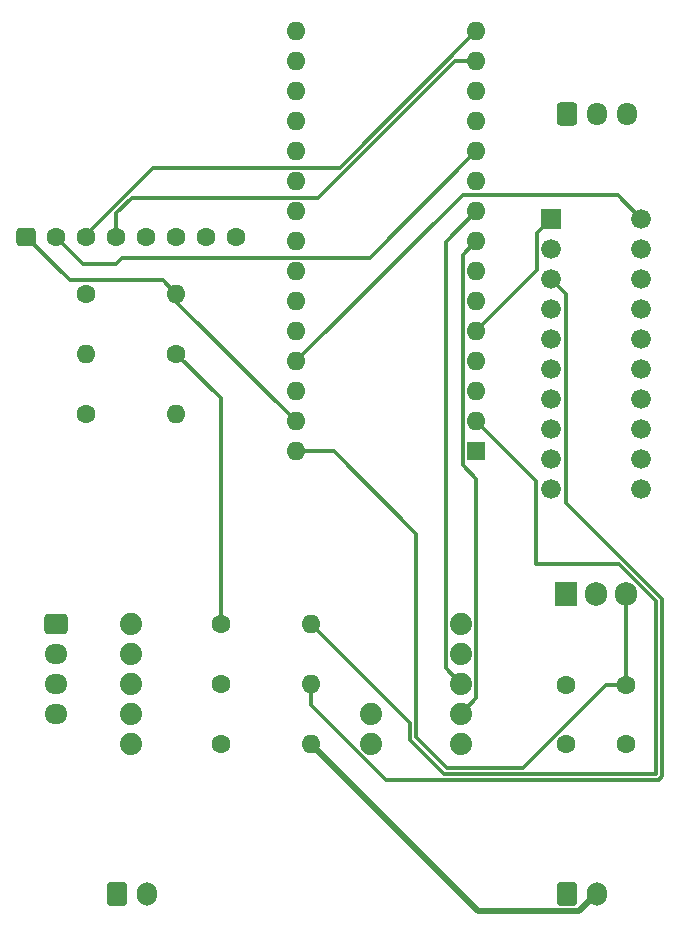
<source format=gbr>
%TF.GenerationSoftware,KiCad,Pcbnew,7.0.6*%
%TF.CreationDate,2023-07-23T20:46:28-06:00*%
%TF.ProjectId,Caress,43617265-7373-42e6-9b69-6361645f7063,2*%
%TF.SameCoordinates,Original*%
%TF.FileFunction,Copper,L2,Bot*%
%TF.FilePolarity,Positive*%
%FSLAX46Y46*%
G04 Gerber Fmt 4.6, Leading zero omitted, Abs format (unit mm)*
G04 Created by KiCad (PCBNEW 7.0.6) date 2023-07-23 20:46:28*
%MOMM*%
%LPD*%
G01*
G04 APERTURE LIST*
G04 Aperture macros list*
%AMRoundRect*
0 Rectangle with rounded corners*
0 $1 Rounding radius*
0 $2 $3 $4 $5 $6 $7 $8 $9 X,Y pos of 4 corners*
0 Add a 4 corners polygon primitive as box body*
4,1,4,$2,$3,$4,$5,$6,$7,$8,$9,$2,$3,0*
0 Add four circle primitives for the rounded corners*
1,1,$1+$1,$2,$3*
1,1,$1+$1,$4,$5*
1,1,$1+$1,$6,$7*
1,1,$1+$1,$8,$9*
0 Add four rect primitives between the rounded corners*
20,1,$1+$1,$2,$3,$4,$5,0*
20,1,$1+$1,$4,$5,$6,$7,0*
20,1,$1+$1,$6,$7,$8,$9,0*
20,1,$1+$1,$8,$9,$2,$3,0*%
G04 Aperture macros list end*
%TA.AperFunction,ComponentPad*%
%ADD10C,1.600000*%
%TD*%
%TA.AperFunction,ComponentPad*%
%ADD11O,1.600000X1.600000*%
%TD*%
%TA.AperFunction,ComponentPad*%
%ADD12RoundRect,0.250000X-0.600000X-0.725000X0.600000X-0.725000X0.600000X0.725000X-0.600000X0.725000X0*%
%TD*%
%TA.AperFunction,ComponentPad*%
%ADD13O,1.700000X1.950000*%
%TD*%
%TA.AperFunction,ComponentPad*%
%ADD14RoundRect,0.250000X-0.725000X0.600000X-0.725000X-0.600000X0.725000X-0.600000X0.725000X0.600000X0*%
%TD*%
%TA.AperFunction,ComponentPad*%
%ADD15O,1.950000X1.700000*%
%TD*%
%TA.AperFunction,ComponentPad*%
%ADD16R,1.676400X1.676400*%
%TD*%
%TA.AperFunction,ComponentPad*%
%ADD17C,1.676400*%
%TD*%
%TA.AperFunction,ComponentPad*%
%ADD18RoundRect,0.250000X-0.600000X-0.750000X0.600000X-0.750000X0.600000X0.750000X-0.600000X0.750000X0*%
%TD*%
%TA.AperFunction,ComponentPad*%
%ADD19O,1.700000X2.000000*%
%TD*%
%TA.AperFunction,ComponentPad*%
%ADD20RoundRect,0.400000X0.450000X-0.400000X0.450000X0.400000X-0.450000X0.400000X-0.450000X-0.400000X0*%
%TD*%
%TA.AperFunction,ComponentPad*%
%ADD21C,1.879600*%
%TD*%
%TA.AperFunction,ComponentPad*%
%ADD22R,1.600000X1.600000*%
%TD*%
%TA.AperFunction,ComponentPad*%
%ADD23R,1.905000X2.000000*%
%TD*%
%TA.AperFunction,ComponentPad*%
%ADD24O,1.905000X2.000000*%
%TD*%
%TA.AperFunction,Conductor*%
%ADD25C,0.500000*%
%TD*%
%TA.AperFunction,Conductor*%
%ADD26C,0.300000*%
%TD*%
G04 APERTURE END LIST*
D10*
%TO.P,R4,1*%
%TO.N,+5V*%
X55895881Y-71120000D03*
D11*
%TO.P,R4,2*%
%TO.N,/D1_2A4*%
X48275881Y-71120000D03*
%TD*%
D12*
%TO.P,J4,1,Pin_1*%
%TO.N,GND*%
X88940000Y-50800000D03*
D13*
%TO.P,J4,2,Pin_2*%
%TO.N,+12V*%
X91480000Y-50800000D03*
%TO.P,J4,3,Pin_3*%
%TO.N,Net-(J4-Pin_3)*%
X94020000Y-50800000D03*
%TD*%
D14*
%TO.P,J1,1,Pin_1*%
%TO.N,Net-(J1-Pin_1)*%
X45720000Y-93980000D03*
D15*
%TO.P,J1,2,Pin_2*%
%TO.N,Net-(J1-Pin_2)*%
X45720000Y-96520000D03*
%TO.P,J1,3,Pin_3*%
%TO.N,Net-(J1-Pin_3)*%
X45720000Y-99060000D03*
%TO.P,J1,4,Pin_4*%
%TO.N,Net-(J1-Pin_4)*%
X45720000Y-101600000D03*
%TD*%
D16*
%TO.P,U4,1,1~G*%
%TO.N,/D2_G*%
X87630000Y-59690000D03*
D17*
%TO.P,U4,2,1A1*%
%TO.N,unconnected-(U4-1A1-Pad2)*%
X87630000Y-62230000D03*
%TO.P,U4,3,2Y4*%
%TO.N,Net-(J4-Pin_3)*%
X87630000Y-64770000D03*
%TO.P,U4,4,1A2*%
%TO.N,unconnected-(U4-1A2-Pad4)*%
X87630000Y-67310000D03*
%TO.P,U4,5,2Y3*%
%TO.N,unconnected-(U4-2Y3-Pad5)*%
X87630000Y-69850000D03*
%TO.P,U4,6,1A3*%
%TO.N,unconnected-(U4-1A3-Pad6)*%
X87630000Y-72390000D03*
%TO.P,U4,7,2Y2*%
%TO.N,unconnected-(U4-2Y2-Pad7)*%
X87630000Y-74930000D03*
%TO.P,U4,8,1A4*%
%TO.N,unconnected-(U4-1A4-Pad8)*%
X87630000Y-77470000D03*
%TO.P,U4,9,2Y1*%
%TO.N,unconnected-(U4-2Y1-Pad9)*%
X87630000Y-80010000D03*
%TO.P,U4,10,GND*%
%TO.N,GND*%
X87630000Y-82550000D03*
%TO.P,U4,11,2A1*%
%TO.N,unconnected-(U4-2A1-Pad11)*%
X95250000Y-82550000D03*
%TO.P,U4,12,1Y4*%
%TO.N,unconnected-(U4-1Y4-Pad12)*%
X95250000Y-80010000D03*
%TO.P,U4,13,2A2*%
%TO.N,unconnected-(U4-2A2-Pad13)*%
X95250000Y-77470000D03*
%TO.P,U4,14,1Y3*%
%TO.N,unconnected-(U4-1Y3-Pad14)*%
X95250000Y-74930000D03*
%TO.P,U4,15,2A3*%
%TO.N,unconnected-(U4-2A3-Pad15)*%
X95250000Y-72390000D03*
%TO.P,U4,16,1Y2*%
%TO.N,unconnected-(U4-1Y2-Pad16)*%
X95250000Y-69850000D03*
%TO.P,U4,17,2A4*%
%TO.N,/D1_2A4*%
X95250000Y-67310000D03*
%TO.P,U4,18,1Y1*%
%TO.N,/D0_1Y1*%
X95250000Y-64770000D03*
%TO.P,U4,19,2G*%
%TO.N,/D2_G*%
X95250000Y-62230000D03*
%TO.P,U4,20,VCC*%
%TO.N,+5V*%
X95250000Y-59690000D03*
%TD*%
D10*
%TO.P,C1,1*%
%TO.N,+12V*%
X88900000Y-99140000D03*
%TO.P,C1,2*%
%TO.N,GND*%
X88900000Y-104140000D03*
%TD*%
D18*
%TO.P,J2,1,Pin_1*%
%TO.N,+12V*%
X50840000Y-116840000D03*
D19*
%TO.P,J2,2,Pin_2*%
%TO.N,Net-(J2-Pin_2)*%
X53380000Y-116840000D03*
%TD*%
D20*
%TO.P,U1,1,GND*%
%TO.N,GND*%
X43180000Y-61206660D03*
D10*
%TO.P,U1,2,IRQ*%
%TO.N,/D8_IRQ*%
X45720000Y-61206660D03*
%TO.P,U1,3,MISO*%
%TO.N,/D12_MISO*%
X48260000Y-61206660D03*
%TO.P,U1,4,MOSI*%
%TO.N,/D11_MOSI*%
X50800000Y-61206660D03*
%TO.P,U1,5,SCK*%
%TO.N,/D13_SCK*%
X53340000Y-61206660D03*
%TO.P,U1,6,CSN*%
%TO.N,/D10_CSN*%
X55880000Y-61206660D03*
%TO.P,U1,7,CE*%
%TO.N,/D9_CE*%
X58420000Y-61206660D03*
%TO.P,U1,8,VCC*%
%TO.N,+5V*%
X60960000Y-61206660D03*
%TD*%
%TO.P,R1,1*%
%TO.N,+12V*%
X48275881Y-76200000D03*
D11*
%TO.P,R1,2*%
%TO.N,/A0_VBat*%
X55895881Y-76200000D03*
%TD*%
D10*
%TO.P,R6,1*%
%TO.N,+5V*%
X59690000Y-99060000D03*
D11*
%TO.P,R6,2*%
%TO.N,Net-(J4-Pin_3)*%
X67310000Y-99060000D03*
%TD*%
D10*
%TO.P,R5,1*%
%TO.N,+5V*%
X59690000Y-93980000D03*
D11*
%TO.P,R5,2*%
%TO.N,/D0_1Y1*%
X67310000Y-93980000D03*
%TD*%
D10*
%TO.P,C2,1*%
%TO.N,/VIN_5v*%
X93980000Y-99140000D03*
%TO.P,C2,2*%
%TO.N,GND*%
X93980000Y-104140000D03*
%TD*%
D18*
%TO.P,J3,1,Pin_1*%
%TO.N,+12V*%
X88940000Y-116840000D03*
D19*
%TO.P,J3,2,Pin_2*%
%TO.N,GND*%
X91480000Y-116840000D03*
%TD*%
D21*
%TO.P,U2,1,RED*%
%TO.N,Net-(J1-Pin_1)*%
X52070000Y-93980000D03*
%TO.P,U2,2,BLK*%
%TO.N,Net-(J1-Pin_2)*%
X52070000Y-96520000D03*
%TO.P,U2,3,WHT*%
%TO.N,Net-(J1-Pin_3)*%
X52070000Y-99060000D03*
%TO.P,U2,4,GRN*%
%TO.N,Net-(J1-Pin_4)*%
X52070000Y-101600000D03*
%TO.P,U2,5,YLW*%
%TO.N,unconnected-(U2-YLW-Pad5)*%
X52070000Y-104140000D03*
%TO.P,U2,6,GND*%
%TO.N,GND*%
X80010000Y-104140000D03*
%TO.P,U2,7,CLK*%
%TO.N,/D5_CLK*%
X80010000Y-101600000D03*
%TO.P,U2,8,DAT*%
%TO.N,/D6_DAT*%
X80010000Y-99060000D03*
%TO.P,U2,9,VCC*%
%TO.N,+5V*%
X80010000Y-96520000D03*
%TO.P,U2,10,VDD*%
X80010000Y-93980000D03*
%TO.P,U2,11,B+*%
%TO.N,unconnected-(U2-B+-Pad11)*%
X72390000Y-101600000D03*
%TO.P,U2,12,B-*%
%TO.N,unconnected-(U2-B--Pad12)*%
X72390000Y-104140000D03*
%TD*%
D22*
%TO.P,A1,1,D1/TX*%
%TO.N,/D1_2A4*%
X81280000Y-79400000D03*
D11*
%TO.P,A1,2,D0/RX*%
%TO.N,/D0_1Y1*%
X81280000Y-76860000D03*
%TO.P,A1,3,~{RESET}*%
%TO.N,unconnected-(A1-~{RESET}-Pad3)*%
X81280000Y-74320000D03*
%TO.P,A1,4,GND*%
%TO.N,GND*%
X81280000Y-71780000D03*
%TO.P,A1,5,D2*%
%TO.N,/D2_G*%
X81280000Y-69240000D03*
%TO.P,A1,6,D3*%
%TO.N,unconnected-(A1-D3-Pad6)*%
X81280000Y-66700000D03*
%TO.P,A1,7,D4*%
%TO.N,unconnected-(A1-D4-Pad7)*%
X81280000Y-64160000D03*
%TO.P,A1,8,D5*%
%TO.N,/D5_CLK*%
X81280000Y-61620000D03*
%TO.P,A1,9,D6*%
%TO.N,/D6_DAT*%
X81280000Y-59080000D03*
%TO.P,A1,10,D7*%
%TO.N,unconnected-(A1-D7-Pad10)*%
X81280000Y-56540000D03*
%TO.P,A1,11,D8*%
%TO.N,/D8_IRQ*%
X81280000Y-54000000D03*
%TO.P,A1,12,D9*%
%TO.N,/D9_CE*%
X81280000Y-51460000D03*
%TO.P,A1,13,D10*%
%TO.N,/D10_CSN*%
X81280000Y-48920000D03*
%TO.P,A1,14,D11*%
%TO.N,/D11_MOSI*%
X81280000Y-46380000D03*
%TO.P,A1,15,D12*%
%TO.N,/D12_MISO*%
X81280000Y-43840000D03*
%TO.P,A1,16,D13*%
%TO.N,/D13_SCK*%
X66040000Y-43840000D03*
%TO.P,A1,17,3V3*%
%TO.N,unconnected-(A1-3V3-Pad17)*%
X66040000Y-46380000D03*
%TO.P,A1,18,AREF*%
%TO.N,unconnected-(A1-AREF-Pad18)*%
X66040000Y-48920000D03*
%TO.P,A1,19,A0*%
%TO.N,/A0_VBat*%
X66040000Y-51460000D03*
%TO.P,A1,20,A1*%
%TO.N,unconnected-(A1-A1-Pad20)*%
X66040000Y-54000000D03*
%TO.P,A1,21,A2*%
%TO.N,unconnected-(A1-A2-Pad21)*%
X66040000Y-56540000D03*
%TO.P,A1,22,A3*%
%TO.N,unconnected-(A1-A3-Pad22)*%
X66040000Y-59080000D03*
%TO.P,A1,23,A4*%
%TO.N,unconnected-(A1-A4-Pad23)*%
X66040000Y-61620000D03*
%TO.P,A1,24,A5*%
%TO.N,unconnected-(A1-A5-Pad24)*%
X66040000Y-64160000D03*
%TO.P,A1,25,A6*%
%TO.N,unconnected-(A1-A6-Pad25)*%
X66040000Y-66700000D03*
%TO.P,A1,26,A7*%
%TO.N,unconnected-(A1-A7-Pad26)*%
X66040000Y-69240000D03*
%TO.P,A1,27,+5V*%
%TO.N,+5V*%
X66040000Y-71780000D03*
%TO.P,A1,28,~{RESET}*%
%TO.N,unconnected-(A1-~{RESET}-Pad28)*%
X66040000Y-74320000D03*
%TO.P,A1,29,GND*%
%TO.N,GND*%
X66040000Y-76860000D03*
%TO.P,A1,30,VIN*%
%TO.N,/VIN_5v*%
X66040000Y-79400000D03*
%TD*%
D10*
%TO.P,R3,1*%
%TO.N,Net-(J2-Pin_2)*%
X59690000Y-104140000D03*
D11*
%TO.P,R3,2*%
%TO.N,GND*%
X67310000Y-104140000D03*
%TD*%
D10*
%TO.P,R2,1*%
%TO.N,/A0_VBat*%
X48275881Y-66040000D03*
D11*
%TO.P,R2,2*%
%TO.N,GND*%
X55895881Y-66040000D03*
%TD*%
D23*
%TO.P,U3,1,VI*%
%TO.N,+12V*%
X88900000Y-91440000D03*
D24*
%TO.P,U3,2,GND*%
%TO.N,GND*%
X91440000Y-91440000D03*
%TO.P,U3,3,VO*%
%TO.N,/VIN_5v*%
X93980000Y-91440000D03*
%TD*%
D25*
%TO.N,GND*%
X67310000Y-104140000D02*
X81460000Y-118290000D01*
D26*
X54745881Y-64890000D02*
X55895881Y-66040000D01*
X66040000Y-76860000D02*
X55895881Y-66715881D01*
D25*
X81460000Y-118290000D02*
X89990000Y-118290000D01*
D26*
X55895881Y-66715881D02*
X55895881Y-66040000D01*
X46863340Y-64890000D02*
X54745881Y-64890000D01*
D25*
X89990000Y-118290000D02*
X91440000Y-116840000D01*
D26*
X43180000Y-61206660D02*
X46863340Y-64890000D01*
%TO.N,+5V*%
X55895881Y-71120000D02*
X59690000Y-74914119D01*
X59690000Y-74914119D02*
X59690000Y-93980000D01*
X66040000Y-71780000D02*
X80130000Y-57690000D01*
X80130000Y-57690000D02*
X93250000Y-57690000D01*
X93250000Y-57690000D02*
X95250000Y-59690000D01*
%TO.N,/D0_1Y1*%
X75700000Y-102370000D02*
X75700000Y-103793053D01*
X75700000Y-103793053D02*
X78586947Y-106680000D01*
X96520000Y-106680000D02*
X96520000Y-92090487D01*
X93329513Y-88900000D02*
X86360000Y-88900000D01*
X96520000Y-92090487D02*
X93329513Y-88900000D01*
X86360000Y-88900000D02*
X86360000Y-81940000D01*
X86360000Y-81940000D02*
X81280000Y-76860000D01*
X67310000Y-93980000D02*
X75700000Y-102370000D01*
X78586947Y-106680000D02*
X96520000Y-106680000D01*
%TO.N,/D2_G*%
X81280000Y-69240000D02*
X86441800Y-64078200D01*
X86441800Y-60878200D02*
X87630000Y-59690000D01*
X86441800Y-64078200D02*
X86441800Y-60878200D01*
%TO.N,/D5_CLK*%
X80010000Y-101600000D02*
X81299800Y-100310200D01*
X80130000Y-80550000D02*
X80130000Y-62770000D01*
X81299800Y-81719800D02*
X80130000Y-80550000D01*
X81299800Y-100310200D02*
X81299800Y-81719800D01*
X80130000Y-62770000D02*
X81280000Y-61620000D01*
%TO.N,/D6_DAT*%
X78720200Y-61639800D02*
X81280000Y-59080000D01*
X78720200Y-97770200D02*
X78720200Y-61639800D01*
X80010000Y-99060000D02*
X78720200Y-97770200D01*
%TO.N,/D8_IRQ*%
X51290000Y-63010000D02*
X72270000Y-63010000D01*
X72270000Y-63010000D02*
X81280000Y-54000000D01*
X50800000Y-63500000D02*
X51290000Y-63010000D01*
X48013340Y-63500000D02*
X50800000Y-63500000D01*
X45720000Y-61206660D02*
X48013340Y-63500000D01*
%TO.N,/D11_MOSI*%
X50800000Y-61206660D02*
X50800000Y-59250436D01*
X52120436Y-57930000D02*
X67897106Y-57930000D01*
X50800000Y-59250436D02*
X52120436Y-57930000D01*
X79447106Y-46380000D02*
X81280000Y-46380000D01*
X67897106Y-57930000D02*
X79447106Y-46380000D01*
%TO.N,/D12_MISO*%
X48260000Y-61083330D02*
X53953330Y-55390000D01*
X48260000Y-61206660D02*
X48260000Y-61083330D01*
X53953330Y-55390000D02*
X69730000Y-55390000D01*
X69730000Y-55390000D02*
X81280000Y-43840000D01*
%TO.N,/VIN_5v*%
X85233654Y-106180000D02*
X78794053Y-106180000D01*
X69240000Y-79400000D02*
X66040000Y-79400000D01*
X92273654Y-99140000D02*
X85233654Y-106180000D01*
X76200000Y-103585947D02*
X76200000Y-86360000D01*
X76200000Y-86360000D02*
X69240000Y-79400000D01*
X93980000Y-91440000D02*
X93980000Y-99140000D01*
X78794053Y-106180000D02*
X76200000Y-103585947D01*
X93980000Y-99140000D02*
X92273654Y-99140000D01*
%TO.N,Net-(J4-Pin_3)*%
X97020000Y-91883381D02*
X88900000Y-83763381D01*
X96727107Y-107180000D02*
X97020000Y-106887107D01*
X73605947Y-107180000D02*
X96727107Y-107180000D01*
X67310000Y-100884053D02*
X73605947Y-107180000D01*
X88900000Y-66040000D02*
X87630000Y-64770000D01*
X67310000Y-99060000D02*
X67310000Y-100884053D01*
X88900000Y-83763381D02*
X88900000Y-66040000D01*
X97020000Y-106887107D02*
X97020000Y-91883381D01*
%TD*%
M02*

</source>
